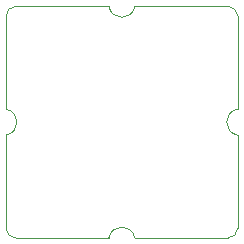
<source format=gbr>
%TF.GenerationSoftware,KiCad,Pcbnew,6.0.7+dfsg-1~bpo11+1*%
%TF.CreationDate,2022-10-07T09:30:16+00:00*%
%TF.ProjectId,0101-INDICATORS,30313031-2d49-44e4-9449-4341544f5253,rev?*%
%TF.SameCoordinates,Original*%
%TF.FileFunction,Profile,NP*%
%FSLAX46Y46*%
G04 Gerber Fmt 4.6, Leading zero omitted, Abs format (unit mm)*
G04 Created by KiCad (PCBNEW 6.0.7+dfsg-1~bpo11+1) date 2022-10-07 09:30:16*
%MOMM*%
%LPD*%
G01*
G04 APERTURE LIST*
%TA.AperFunction,Profile*%
%ADD10C,0.050000*%
%TD*%
G04 APERTURE END LIST*
D10*
X8700001Y19600000D02*
X800000Y19600000D01*
X0Y8700000D02*
X0Y800000D01*
X800000Y19600000D02*
G75*
G03*
X0Y18800000I0J-800000D01*
G01*
X10899999Y19600000D02*
X18800000Y19600000D01*
X18800000Y0D02*
G75*
G03*
X19600000Y800000I0J800000D01*
G01*
X8700001Y19600000D02*
G75*
G03*
X10899999Y19600000I1099999J200000D01*
G01*
X0Y8700001D02*
G75*
G03*
X0Y10899999I-200000J1099999D01*
G01*
X19600000Y800000D02*
X19600000Y8700000D01*
X19600000Y18800000D02*
X19600000Y10900000D01*
X19600000Y18800000D02*
G75*
G03*
X18800000Y19600000I-800000J0D01*
G01*
X19600000Y10899999D02*
G75*
G03*
X19600000Y8700001I200000J-1099999D01*
G01*
X0Y800000D02*
G75*
G03*
X800000Y0I800000J0D01*
G01*
X800000Y0D02*
X8700000Y0D01*
X0Y18800000D02*
X0Y10900000D01*
X10899999Y0D02*
G75*
G03*
X8700001Y0I-1099999J-200000D01*
G01*
X18800000Y0D02*
X10900000Y0D01*
M02*

</source>
